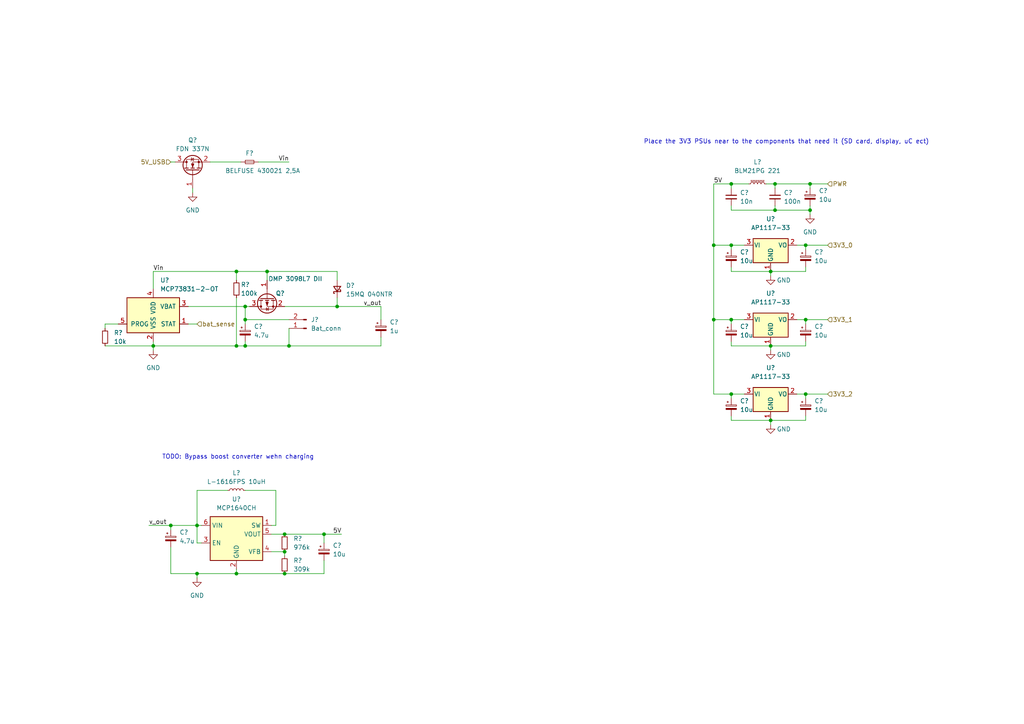
<source format=kicad_sch>
(kicad_sch (version 20211123) (generator eeschema)
  (paper "A4")
  (title_block (date "2022-12-27") (rev "0.1") (company "ncAudio"))
  (lib_symbols
    (symbol "Battery_Management:MCP73831-2-OT" (pin_names (offset 1.016))
      (property "Reference" "U" (at -7.62 6.35 0))
      (property "Value" "MCP73831-2-OT" (at 1.27 6.35 0))
      (symbol "MCP73831-2-OT_0_1"
        (rectangle (start -7.62 5.08) (end 7.62 -5.08) (stroke (width 0.254)) (fill (type background)))
      )
      (symbol "MCP73831-2-OT_1_1"
        (pin output line (at 10.16 -2.54 180) (length 2.54) (name "STAT") (number "1"))
        (pin power_in line (at 0 -7.62 90) (length 2.54) (name "VSS") (number "2"))
        (pin power_out line (at 10.16 2.54 180) (length 2.54) (name "VBAT") (number "3"))
        (pin power_in line (at 0 7.62 270) (length 2.54) (name "VDD") (number "4"))
        (pin input line (at -10.16 -2.54 0) (length 2.54) (name "PROG") (number "5"))
      )
    )
    (symbol "Connector:Conn_01x02_Male" (pin_names (offset 1.016) hide)
      (property "Reference" "J" (at 0 2.54 0))
      (property "Value" "Conn_01x02_Male" (at 0 -5.08 0))
      (symbol "Conn_01x02_Male_1_1"
        (polyline (pts (xy 1.27 -2.54) (xy 0.8636 -2.54)) (stroke (width 0.1524)))
        (polyline (pts (xy 1.27 0) (xy 0.8636 0)) (stroke (width 0.1524)))
        (rectangle (start 0.8636 -2.413) (end 0 -2.667) (stroke (width 0.1524)) (fill (type outline)))
        (rectangle (start 0.8636 0.127) (end 0 -0.127) (stroke (width 0.1524)) (fill (type outline)))
        (pin passive line (at 5.08 0 180) (length 3.81) (name "Pin_1") (number "1"))
        (pin passive line (at 5.08 -2.54 180) (length 3.81) (name "Pin_2") (number "2"))
      )
    )
    (symbol "Device:C_Polarized_Small" (pin_numbers hide) (pin_names (offset 0.254) hide)
      (property "Reference" "C" (at 0.254 1.778 0))
      (property "Value" "C_Polarized_Small" (at 0.254 -2.032 0))
      (symbol "C_Polarized_Small_0_1"
        (rectangle (start -1.524 -0.3048) (end 1.524 -0.6858) (fill (type outline)))
        (rectangle (start -1.524 0.6858) (end 1.524 0.3048))
        (polyline (pts (xy -1.27 1.524) (xy -0.762 1.524)))
        (polyline (pts (xy -1.016 1.27) (xy -1.016 1.778)))
      )
      (symbol "C_Polarized_Small_1_1"
        (pin passive line (at 0 2.54 270) (length 1.8542) (name "~") (number "1"))
        (pin passive line (at 0 -2.54 90) (length 1.8542) (name "~") (number "2"))
      )
    )
    (symbol "Device:C_Small" (pin_numbers hide) (pin_names (offset 0.254) hide)
      (property "Reference" "C" (at 0.254 1.778 0))
      (property "Value" "C_Small" (at 0.254 -2.032 0))
      (symbol "C_Small_0_1"
        (polyline (pts (xy -1.524 -0.508) (xy 1.524 -0.508)) (stroke (width 0.3302)))
        (polyline (pts (xy -1.524 0.508) (xy 1.524 0.508)) (stroke (width 0.3048)))
      )
      (symbol "C_Small_1_1"
        (pin passive line (at 0 2.54 270) (length 2.032) (name "~") (number "1"))
        (pin passive line (at 0 -2.54 90) (length 2.032) (name "~") (number "2"))
      )
    )
    (symbol "Device:D_Schottky_Small" (pin_numbers hide) (pin_names (offset 0.254) hide)
      (property "Reference" "D" (at -1.27 2.032 0))
      (property "Value" "D_Schottky_Small" (at -7.112 -2.032 0))
      (symbol "D_Schottky_Small_0_1"
        (polyline (pts (xy -0.762 0) (xy 0.762 0)))
        (polyline (pts (xy 0.762 -1.016) (xy -0.762 0) (xy 0.762 1.016) (xy 0.762 -1.016)) (stroke (width 0.254)))
        (polyline (pts (xy -1.27 0.762) (xy -1.27 1.016) (xy -0.762 1.016) (xy -0.762 -1.016) (xy -0.254 -1.016) (xy -0.254 -0.762)) (stroke (width 0.254)))
      )
      (symbol "D_Schottky_Small_1_1"
        (pin passive line (at -2.54 0 0) (length 1.778) (name "K") (number "1"))
        (pin passive line (at 2.54 0 180) (length 1.778) (name "A") (number "2"))
      )
    )
    (symbol "Device:Fuse_Small" (pin_numbers hide) (pin_names (offset 0.254) hide)
      (property "Reference" "F" (at 0 -1.524 0))
      (property "Value" "Fuse_Small" (at 0 1.524 0))
      (symbol "Fuse_Small_0_1"
        (rectangle (start -1.27 0.508) (end 1.27 -0.508))
        (polyline (pts (xy -1.27 0) (xy 1.27 0)))
      )
      (symbol "Fuse_Small_1_1"
        (pin passive line (at -2.54 0 0) (length 1.27) (name "~") (number "1"))
        (pin passive line (at 2.54 0 180) (length 1.27) (name "~") (number "2"))
      )
    )
    (symbol "Device:L_Ferrite_Small" (pin_numbers hide) (pin_names (offset 0.254) hide)
      (property "Reference" "L" (at 1.27 1.016 0))
      (property "Value" "L_Ferrite_Small" (at 1.27 -1.27 0))
      (symbol "L_Ferrite_Small_0_1"
        (arc (start 0 -2.032) (mid 0.508 -1.524) (end 0 -1.016))
        (arc (start 0 -1.016) (mid 0.508 -0.508) (end 0 0))
        (polyline (pts (xy 0.762 -1.905) (xy 0.762 -1.651)))
        (polyline (pts (xy 0.762 -1.397) (xy 0.762 -1.143)))
        (polyline (pts (xy 0.762 -0.889) (xy 0.762 -0.635)))
        (polyline (pts (xy 0.762 -0.381) (xy 0.762 -0.127)))
        (polyline (pts (xy 0.762 0.127) (xy 0.762 0.381)))
        (polyline (pts (xy 0.762 0.635) (xy 0.762 0.889)))
        (polyline (pts (xy 0.762 1.143) (xy 0.762 1.397)))
        (polyline (pts (xy 0.762 1.651) (xy 0.762 1.905)))
        (polyline (pts (xy 1.016 -1.651) (xy 1.016 -1.905)))
        (polyline (pts (xy 1.016 -1.143) (xy 1.016 -1.397)))
        (polyline (pts (xy 1.016 -0.635) (xy 1.016 -0.889)))
        (polyline (pts (xy 1.016 -0.127) (xy 1.016 -0.381)))
        (polyline (pts (xy 1.016 0.381) (xy 1.016 0.127)))
        (polyline (pts (xy 1.016 0.889) (xy 1.016 0.635)))
        (polyline (pts (xy 1.016 1.397) (xy 1.016 1.143)))
        (polyline (pts (xy 1.016 1.905) (xy 1.016 1.651)))
        (arc (start 0 0) (mid 0.508 0.508) (end 0 1.016))
        (arc (start 0 1.016) (mid 0.508 1.524) (end 0 2.032))
      )
      (symbol "L_Ferrite_Small_1_1"
        (pin passive line (at 0 2.54 270) (length 0.508) (name "~") (number "1"))
        (pin passive line (at 0 -2.54 90) (length 0.508) (name "~") (number "2"))
      )
    )
    (symbol "Device:L_Small" (pin_numbers hide) (pin_names (offset 0.254) hide)
      (property "Reference" "L" (at 0.762 1.016 0))
      (property "Value" "L_Small" (at 0.762 -1.016 0))
      (symbol "L_Small_0_1"
        (arc (start 0 -2.032) (mid 0.508 -1.524) (end 0 -1.016))
        (arc (start 0 -1.016) (mid 0.508 -0.508) (end 0 0))
        (arc (start 0 0) (mid 0.508 0.508) (end 0 1.016))
        (arc (start 0 1.016) (mid 0.508 1.524) (end 0 2.032))
      )
      (symbol "L_Small_1_1"
        (pin passive line (at 0 2.54 270) (length 0.508) (name "~") (number "1"))
        (pin passive line (at 0 -2.54 90) (length 0.508) (name "~") (number "2"))
      )
    )
    (symbol "Device:Q_NMOS_GSD" (pin_names (offset 0) hide)
      (property "Reference" "Q" (at 5.08 1.27 0))
      (property "Value" "Q_NMOS_GSD" (at 5.08 -1.27 0))
      (symbol "Q_NMOS_GSD_0_1"
        (polyline (pts (xy 0.254 0) (xy -2.54 0)))
        (polyline (pts (xy 0.254 1.905) (xy 0.254 -1.905)) (stroke (width 0.254)))
        (polyline (pts (xy 0.762 -1.27) (xy 0.762 -2.286)) (stroke (width 0.254)))
        (polyline (pts (xy 0.762 0.508) (xy 0.762 -0.508)) (stroke (width 0.254)))
        (polyline (pts (xy 0.762 2.286) (xy 0.762 1.27)) (stroke (width 0.254)))
        (polyline (pts (xy 2.54 2.54) (xy 2.54 1.778)))
        (polyline (pts (xy 2.54 -2.54) (xy 2.54 0) (xy 0.762 0)))
        (polyline (pts (xy 0.762 -1.778) (xy 3.302 -1.778) (xy 3.302 1.778) (xy 0.762 1.778)))
        (polyline (pts (xy 1.016 0) (xy 2.032 0.381) (xy 2.032 -0.381) (xy 1.016 0)) (fill (type outline)))
        (polyline (pts (xy 2.794 0.508) (xy 2.921 0.381) (xy 3.683 0.381) (xy 3.81 0.254)))
        (polyline (pts (xy 3.302 0.381) (xy 2.921 -0.254) (xy 3.683 -0.254) (xy 3.302 0.381)))
        (circle (center 1.651 0) (radius 2.794) (stroke (width 0.254)))
        (circle (center 2.54 -1.778) (radius 0.254) (fill (type outline)))
        (circle (center 2.54 1.778) (radius 0.254) (fill (type outline)))
      )
      (symbol "Q_NMOS_GSD_1_1"
        (pin input line (at -5.08 0 0) (length 2.54) (name "G") (number "1"))
        (pin passive line (at 2.54 -5.08 90) (length 2.54) (name "S") (number "2"))
        (pin passive line (at 2.54 5.08 270) (length 2.54) (name "D") (number "3"))
      )
    )
    (symbol "Device:Q_PMOS_GSD" (pin_names (offset 0) hide)
      (property "Reference" "Q" (at 5.08 1.27 0))
      (property "Value" "Q_PMOS_GSD" (at 5.08 -1.27 0))
      (symbol "Q_PMOS_GSD_0_1"
        (polyline (pts (xy 0.254 0) (xy -2.54 0)))
        (polyline (pts (xy 0.254 1.905) (xy 0.254 -1.905)) (stroke (width 0.254)))
        (polyline (pts (xy 0.762 -1.27) (xy 0.762 -2.286)) (stroke (width 0.254)))
        (polyline (pts (xy 0.762 0.508) (xy 0.762 -0.508)) (stroke (width 0.254)))
        (polyline (pts (xy 0.762 2.286) (xy 0.762 1.27)) (stroke (width 0.254)))
        (polyline (pts (xy 2.54 2.54) (xy 2.54 1.778)))
        (polyline (pts (xy 2.54 -2.54) (xy 2.54 0) (xy 0.762 0)))
        (polyline (pts (xy 0.762 1.778) (xy 3.302 1.778) (xy 3.302 -1.778) (xy 0.762 -1.778)))
        (polyline (pts (xy 2.286 0) (xy 1.27 0.381) (xy 1.27 -0.381) (xy 2.286 0)) (fill (type outline)))
        (polyline (pts (xy 2.794 -0.508) (xy 2.921 -0.381) (xy 3.683 -0.381) (xy 3.81 -0.254)))
        (polyline (pts (xy 3.302 -0.381) (xy 2.921 0.254) (xy 3.683 0.254) (xy 3.302 -0.381)))
        (circle (center 1.651 0) (radius 2.794) (stroke (width 0.254)))
        (circle (center 2.54 -1.778) (radius 0.254) (fill (type outline)))
        (circle (center 2.54 1.778) (radius 0.254) (fill (type outline)))
      )
      (symbol "Q_PMOS_GSD_1_1"
        (pin input line (at -5.08 0 0) (length 2.54) (name "G") (number "1"))
        (pin passive line (at 2.54 -5.08 90) (length 2.54) (name "S") (number "2"))
        (pin passive line (at 2.54 5.08 270) (length 2.54) (name "D") (number "3"))
      )
    )
    (symbol "Device:R_Small" (pin_numbers hide) (pin_names (offset 0.254) hide)
      (property "Reference" "R" (at 0.762 0.508 0))
      (property "Value" "R_Small" (at 0.762 -1.016 0))
      (symbol "R_Small_0_1"
        (rectangle (start -0.762 1.778) (end 0.762 -1.778) (stroke (width 0.2032)))
      )
      (symbol "R_Small_1_1"
        (pin passive line (at 0 2.54 270) (length 0.762) (name "~") (number "1"))
        (pin passive line (at 0 -2.54 90) (length 0.762) (name "~") (number "2"))
      )
    )
    (symbol "Regulator_Linear:AP1117-33" (pin_names (offset 0.254))
      (property "Reference" "U" (at -3.81 3.175 0))
      (property "Value" "AP1117-33" (at 0 3.175 0))
      (symbol "AP1117-33_0_1"
        (rectangle (start -5.08 -5.08) (end 5.08 1.905) (stroke (width 0.254)) (fill (type background)))
      )
      (symbol "AP1117-33_1_1"
        (pin power_in line (at 0 -7.62 90) (length 2.54) (name "GND") (number "1"))
        (pin power_out line (at 7.62 0 180) (length 2.54) (name "VO") (number "2"))
        (pin power_in line (at -7.62 0 0) (length 2.54) (name "VI") (number "3"))
      )
    )
    (symbol "Regulator_Switching:MCP1640CH"
      (property "Reference" "U" (at -7.62 8.89 0))
      (property "Value" "MCP1640CH" (at -1.27 8.89 0))
      (symbol "MCP1640CH_0_1"
        (rectangle (start -7.62 7.62) (end 7.62 -5.08) (stroke (width 0.254)) (fill (type background)))
      )
      (symbol "MCP1640CH_1_1"
        (pin input line (at 10.16 5.08 180) (length 2.54) (name "SW") (number "1"))
        (pin power_in line (at 0 -7.62 90) (length 2.54) (name "GND") (number "2"))
        (pin input line (at -10.16 0 0) (length 2.54) (name "EN") (number "3"))
        (pin input line (at 10.16 -2.54 180) (length 2.54) (name "VFB") (number "4"))
        (pin power_out line (at 10.16 2.54 180) (length 2.54) (name "VOUT") (number "5"))
        (pin power_in line (at -10.16 5.08 0) (length 2.54) (name "VIN") (number "6"))
      )
    )
    (symbol "power:GND" (power) (pin_names (offset 0))
      (property "Value" "GND" (at 0 -3.81 0))
      (symbol "GND_0_1"
        (polyline (pts (xy 0 0) (xy 0 -1.27) (xy 1.27 -1.27) (xy 0 -2.54) (xy -1.27 -1.27) (xy 0 -1.27)))
      )
      (symbol "GND_1_1"
        (pin power_in line (at 0 0 270) (length 0) hide (name "GND") (number "1"))
      )
    )
  )
  (junction (at 212.09 114.3))
  (junction (at 82.55 160.02))
  (junction (at 234.95 60.96))
  (junction (at 97.79 88.9))
  (junction (at 49.53 152.4))
  (junction (at 233.68 92.71))
  (junction (at 93.98 154.94))
  (junction (at 77.47 78.74))
  (junction (at 71.12 92.71))
  (junction (at 233.68 114.3))
  (junction (at 68.58 78.74))
  (junction (at 224.79 53.34))
  (junction (at 224.79 60.96))
  (junction (at 83.82 100.33))
  (junction (at 212.09 92.71))
  (junction (at 68.58 100.33))
  (junction (at 212.09 71.12))
  (junction (at 71.12 88.9))
  (junction (at 68.58 166.37))
  (junction (at 223.52 78.74))
  (junction (at 223.52 121.92))
  (junction (at 212.09 53.34))
  (junction (at 82.55 154.94))
  (junction (at 234.95 53.34))
  (junction (at 71.12 100.33))
  (junction (at 82.55 166.37))
  (junction (at 233.68 71.12))
  (junction (at 44.45 100.33))
  (junction (at 207.01 92.71))
  (junction (at 57.15 166.37))
  (junction (at 223.52 100.33))
  (junction (at 207.01 71.12))
  (junction (at 57.15 152.4))
  (wire (pts (xy 212.09 71.12) (xy 212.09 72.39)))
  (wire (pts (xy 223.52 78.74) (xy 233.68 78.74)))
  (wire (pts (xy 233.68 114.3) (xy 240.03 114.3)))
  (wire (pts (xy 207.01 53.34) (xy 212.09 53.34)))
  (wire (pts (xy 83.82 100.33) (xy 110.49 100.33)))
  (wire (pts (xy 93.98 154.94) (xy 93.98 157.48)))
  (wire (pts (xy 78.74 160.02) (xy 82.55 160.02)))
  (wire (pts (xy 30.48 100.33) (xy 44.45 100.33)))
  (wire (pts (xy 233.68 71.12) (xy 240.03 71.12)))
  (wire (pts (xy 212.09 114.3) (xy 212.09 115.57)))
  (wire (pts (xy 44.45 78.74) (xy 68.58 78.74)))
  (wire (pts (xy 71.12 100.33) (xy 83.82 100.33)))
  (wire (pts (xy 212.09 99.06) (xy 212.09 100.33)))
  (wire (pts (xy 233.68 115.57) (xy 233.68 114.3)))
  (wire (pts (xy 212.09 54.61) (xy 212.09 53.34)))
  (wire (pts (xy 212.09 100.33) (xy 223.52 100.33)))
  (wire (pts (xy 97.79 88.9) (xy 82.55 88.9)))
  (wire (pts (xy 68.58 86.36) (xy 68.58 100.33)))
  (wire (pts (xy 44.45 100.33) (xy 44.45 101.6)))
  (wire (pts (xy 207.01 92.71) (xy 207.01 114.3)))
  (wire (pts (xy 223.52 100.33) (xy 223.52 101.6)))
  (wire (pts (xy 49.53 152.4) (xy 57.15 152.4)))
  (wire (pts (xy 233.68 72.39) (xy 233.68 71.12)))
  (wire (pts (xy 57.15 166.37) (xy 57.15 167.64)))
  (wire (pts (xy 234.95 59.69) (xy 234.95 60.96)))
  (wire (pts (xy 57.15 152.4) (xy 57.15 142.24)))
  (wire (pts (xy 68.58 78.74) (xy 68.58 81.28)))
  (wire (pts (xy 93.98 166.37) (xy 82.55 166.37)))
  (wire (pts (xy 97.79 86.36) (xy 97.79 88.9)))
  (wire (pts (xy 233.68 92.71) (xy 231.14 92.71)))
  (wire (pts (xy 234.95 53.34) (xy 234.95 54.61)))
  (wire (pts (xy 234.95 60.96) (xy 224.79 60.96)))
  (wire (pts (xy 93.98 154.94) (xy 99.06 154.94)))
  (wire (pts (xy 83.82 46.99) (xy 74.93 46.99)))
  (wire (pts (xy 207.01 114.3) (xy 212.09 114.3)))
  (wire (pts (xy 223.52 121.92) (xy 233.68 121.92)))
  (wire (pts (xy 223.52 100.33) (xy 233.68 100.33)))
  (wire (pts (xy 207.01 71.12) (xy 207.01 53.34)))
  (wire (pts (xy 80.01 152.4) (xy 78.74 152.4)))
  (wire (pts (xy 212.09 92.71) (xy 212.09 93.98)))
  (wire (pts (xy 30.48 93.98) (xy 34.29 93.98)))
  (wire (pts (xy 82.55 154.94) (xy 93.98 154.94)))
  (wire (pts (xy 58.42 157.48) (xy 57.15 157.48)))
  (wire (pts (xy 44.45 99.06) (xy 44.45 100.33)))
  (wire (pts (xy 212.09 121.92) (xy 223.52 121.92)))
  (wire (pts (xy 71.12 142.24) (xy 80.01 142.24)))
  (wire (pts (xy 110.49 88.9) (xy 110.49 92.71)))
  (wire (pts (xy 233.68 71.12) (xy 231.14 71.12)))
  (wire (pts (xy 224.79 53.34) (xy 234.95 53.34)))
  (wire (pts (xy 224.79 60.96) (xy 212.09 60.96)))
  (wire (pts (xy 71.12 88.9) (xy 71.12 92.71)))
  (wire (pts (xy 57.15 142.24) (xy 66.04 142.24)))
  (wire (pts (xy 207.01 92.71) (xy 212.09 92.71)))
  (wire (pts (xy 82.55 160.02) (xy 82.55 161.29)))
  (wire (pts (xy 49.53 153.67) (xy 49.53 152.4)))
  (wire (pts (xy 212.09 78.74) (xy 223.52 78.74)))
  (wire (pts (xy 207.01 71.12) (xy 207.01 92.71)))
  (wire (pts (xy 30.48 95.25) (xy 30.48 93.98)))
  (wire (pts (xy 110.49 97.79) (xy 110.49 100.33)))
  (wire (pts (xy 233.68 114.3) (xy 231.14 114.3)))
  (wire (pts (xy 215.9 71.12) (xy 212.09 71.12)))
  (wire (pts (xy 54.61 88.9) (xy 71.12 88.9)))
  (wire (pts (xy 57.15 152.4) (xy 58.42 152.4)))
  (wire (pts (xy 57.15 157.48) (xy 57.15 152.4)))
  (wire (pts (xy 212.09 60.96) (xy 212.09 59.69)))
  (wire (pts (xy 222.25 53.34) (xy 224.79 53.34)))
  (wire (pts (xy 224.79 60.96) (xy 224.79 59.69)))
  (wire (pts (xy 68.58 165.1) (xy 68.58 166.37)))
  (wire (pts (xy 57.15 166.37) (xy 49.53 166.37)))
  (wire (pts (xy 233.68 93.98) (xy 233.68 92.71)))
  (wire (pts (xy 223.52 78.74) (xy 223.52 80.01)))
  (wire (pts (xy 212.09 120.65) (xy 212.09 121.92)))
  (wire (pts (xy 97.79 78.74) (xy 97.79 81.28)))
  (wire (pts (xy 68.58 166.37) (xy 82.55 166.37)))
  (wire (pts (xy 207.01 71.12) (xy 212.09 71.12)))
  (wire (pts (xy 83.82 100.33) (xy 83.82 95.25)))
  (wire (pts (xy 233.68 100.33) (xy 233.68 99.06)))
  (wire (pts (xy 77.47 78.74) (xy 97.79 78.74)))
  (wire (pts (xy 224.79 53.34) (xy 224.79 54.61)))
  (wire (pts (xy 223.52 121.92) (xy 223.52 123.19)))
  (wire (pts (xy 234.95 53.34) (xy 240.03 53.34)))
  (wire (pts (xy 54.61 93.98) (xy 57.15 93.98)))
  (wire (pts (xy 234.95 62.23) (xy 234.95 60.96)))
  (wire (pts (xy 68.58 78.74) (xy 77.47 78.74)))
  (wire (pts (xy 233.68 92.71) (xy 240.03 92.71)))
  (wire (pts (xy 215.9 92.71) (xy 212.09 92.71)))
  (wire (pts (xy 44.45 83.82) (xy 44.45 78.74)))
  (wire (pts (xy 215.9 114.3) (xy 212.09 114.3)))
  (wire (pts (xy 68.58 166.37) (xy 57.15 166.37)))
  (wire (pts (xy 43.18 152.4) (xy 49.53 152.4)))
  (wire (pts (xy 71.12 88.9) (xy 72.39 88.9)))
  (wire (pts (xy 71.12 92.71) (xy 83.82 92.71)))
  (wire (pts (xy 233.68 78.74) (xy 233.68 77.47)))
  (wire (pts (xy 93.98 162.56) (xy 93.98 166.37)))
  (wire (pts (xy 97.79 88.9) (xy 110.49 88.9)))
  (wire (pts (xy 78.74 154.94) (xy 82.55 154.94)))
  (wire (pts (xy 49.53 166.37) (xy 49.53 158.75)))
  (wire (pts (xy 49.53 46.99) (xy 50.8 46.99)))
  (wire (pts (xy 55.88 54.61) (xy 55.88 55.88)))
  (wire (pts (xy 71.12 92.71) (xy 71.12 93.98)))
  (wire (pts (xy 233.68 121.92) (xy 233.68 120.65)))
  (wire (pts (xy 77.47 78.74) (xy 77.47 81.28)))
  (wire (pts (xy 44.45 100.33) (xy 68.58 100.33)))
  (wire (pts (xy 71.12 99.06) (xy 71.12 100.33)))
  (wire (pts (xy 68.58 100.33) (xy 71.12 100.33)))
  (wire (pts (xy 212.09 53.34) (xy 217.17 53.34)))
  (wire (pts (xy 60.96 46.99) (xy 69.85 46.99)))
  (wire (pts (xy 212.09 77.47) (xy 212.09 78.74)))
  (wire (pts (xy 80.01 142.24) (xy 80.01 152.4)))
  (text "TODO: Bypass boost converter wehn charging" (at 46.99 133.35 0) (effects (font (size 1.27 1.27)) (justify left bottom)))
  (text "Place the 3V3 PSUs near to the components that need it (SD card, display, uC ect)" (at 186.69 41.91 0) (effects (font (size 1.27 1.27)) (justify left bottom)))
  (label "5V" (at 99.06 154.94 180))
  (label "v_out" (at 43.18 152.4 0))
  (label "v_out" (at 105.41 88.9 0))
  (label "Vin" (at 83.82 46.99 180))
  (label "Vin" (at 44.45 78.74 0))
  (label "5V" (at 207.01 53.34 0))
  (hierarchical_label "3V3_0" (shape input) (at 240.03 71.12 0))
  (hierarchical_label "PWR" (shape input) (at 240.03 53.34 0))
  (hierarchical_label "3V3_2" (shape input) (at 240.03 114.3 0))
  (hierarchical_label "bat_sense" (shape input) (at 57.15 93.98 0))
  (hierarchical_label "3V3_1" (shape input) (at 240.03 92.71 0))
  (hierarchical_label "5V_USB" (shape input) (at 49.53 46.99 180))
  (symbol (lib_id "power:GND") (at 55.88 55.88 0) (unit 1)
    (property "Reference" "#PWR?" (effects hide))
    (property "Value" "GND" (at 55.88 60.96 0))
  )
  (symbol (lib_id "Device:R_Small") (at 30.48 97.79 0) (unit 1)
    (property "Reference" "R?" (at 33.02 96.5199 0) (effects (justify left)))
    (property "Value" "10k" (at 33.02 99.0599 0) (effects (justify left)))
  )
  (symbol (lib_id "Device:C_Polarized_Small") (at 233.68 118.11 0) (unit 1)
    (property "Reference" "C?" (at 236.22 116.2938 0) (effects (justify left)))
    (property "Value" "10u" (at 236.22 118.8338 0) (effects (justify left)))
  )
  (symbol (lib_id "Regulator_Linear:AP1117-33") (at 223.52 114.3 0) (unit 1)
    (property "Reference" "U?" (at 223.52 106.68 0))
    (property "Value" "AP1117-33" (at 223.52 109.22 0))
    (property "Footprint" "Package_TO_SOT_SMD:SOT-223-3_TabPin2" (effects hide))
    (property "Datasheet" "http://www.diodes.com/datasheets/AP1117.pdf" (effects hide))
  )
  (symbol (lib_id "Device:C_Polarized_Small") (at 110.49 95.25 0) (unit 1)
    (property "Reference" "C?" (at 113.03 93.4338 0) (effects (justify left)))
    (property "Value" "1u" (at 113.03 95.9738 0) (effects (justify left)))
  )
  (symbol (lib_id "Device:C_Polarized_Small") (at 93.98 160.02 0) (unit 1)
    (property "Reference" "C?" (at 96.52 158.2038 0) (effects (justify left)))
    (property "Value" "10u" (at 96.52 160.7438 0) (effects (justify left)))
  )
  (symbol (lib_id "Regulator_Linear:AP1117-33") (at 223.52 92.71 0) (unit 1)
    (property "Reference" "U?" (at 223.52 85.09 0))
    (property "Value" "AP1117-33" (at 223.52 87.63 0))
    (property "Footprint" "Package_TO_SOT_SMD:SOT-223-3_TabPin2" (effects hide))
    (property "Datasheet" "http://www.diodes.com/datasheets/AP1117.pdf" (effects hide))
  )
  (symbol (lib_id "Device:R_Small") (at 68.58 83.82 0) (unit 1)
    (property "Reference" "R?" (at 69.85 82.55 0) (effects (justify left)))
    (property "Value" "100k" (at 69.85 85.09 0) (effects (justify left)))
  )
  (symbol (lib_id "Device:C_Polarized_Small") (at 49.53 156.21 0) (unit 1)
    (property "Reference" "C?" (at 52.07 154.3938 0) (effects (justify left)))
    (property "Value" "4.7u" (at 52.07 156.9338 0) (effects (justify left)))
  )
  (symbol (lib_id "Device:C_Polarized_Small") (at 212.09 118.11 0) (unit 1)
    (property "Reference" "C?" (at 214.63 116.2938 0) (effects (justify left)))
    (property "Value" "10u" (at 214.63 118.8338 0) (effects (justify left)))
  )
  (symbol (lib_id "Device:C_Polarized_Small") (at 233.68 74.93 0) (unit 1)
    (property "Reference" "C?" (at 236.22 73.1138 0) (effects (justify left)))
    (property "Value" "10u" (at 236.22 75.6538 0) (effects (justify left)))
  )
  (symbol (lib_id "Device:D_Schottky_Small") (at 97.79 83.82 90) (unit 1)
    (property "Reference" "D?" (at 100.33 82.8039 90) (effects (justify right)))
    (property "Value" "15MQ 040NTR" (at 100.33 85.3439 90) (effects (justify right)))
  )
  (symbol (lib_id "Device:C_Small") (at 212.09 57.15 0) (unit 1)
    (property "Reference" "C?" (at 214.63 55.8862 0) (effects (justify left)))
    (property "Value" "10n" (at 214.63 58.4262 0) (effects (justify left)))
  )
  (symbol (lib_id "power:GND") (at 223.52 123.19 0) (unit 1)
    (property "Reference" "#PWR?" (effects hide))
    (property "Value" "GND" (at 227.33 124.46 0))
  )
  (symbol (lib_id "power:GND") (at 223.52 80.01 0) (unit 1)
    (property "Reference" "#PWR?" (effects hide))
    (property "Value" "GND" (at 227.33 81.28 0))
  )
  (symbol (lib_id "power:GND") (at 57.15 167.64 0) (unit 1)
    (property "Reference" "#PWR?" (effects hide))
    (property "Value" "GND" (at 57.15 172.72 0))
  )
  (symbol (lib_id "Regulator_Switching:MCP1640CH") (at 68.58 157.48 0) (unit 1)
    (property "Reference" "U?" (at 68.58 144.78 0))
    (property "Value" "MCP1640CH" (at 68.58 147.32 0))
    (property "Footprint" "Package_TO_SOT_SMD:SOT-23-6" (effects hide))
    (property "Datasheet" "http://ww1.microchip.com/downloads/en/DeviceDoc/20002234D.pdf" (effects hide))
  )
  (symbol (lib_id "Regulator_Linear:AP1117-33") (at 223.52 71.12 0) (unit 1)
    (property "Reference" "U?" (at 223.52 63.5 0))
    (property "Value" "AP1117-33" (at 223.52 66.04 0))
    (property "Footprint" "Package_TO_SOT_SMD:SOT-223-3_TabPin2" (effects hide))
    (property "Datasheet" "http://www.diodes.com/datasheets/AP1117.pdf" (effects hide))
  )
  (symbol (lib_id "power:GND") (at 234.95 62.23 0) (unit 1)
    (property "Reference" "#PWR?" (effects hide))
    (property "Value" "GND" (at 234.95 67.31 0))
  )
  (symbol (lib_id "Device:C_Small") (at 224.79 57.15 0) (unit 1)
    (property "Reference" "C?" (at 227.33 55.8862 0) (effects (justify left)))
    (property "Value" "100n" (at 227.33 58.4262 0) (effects (justify left)))
  )
  (symbol (lib_id "Device:C_Polarized_Small") (at 234.95 57.15 0) (unit 1)
    (property "Reference" "C?" (at 237.49 55.3338 0) (effects (justify left)))
    (property "Value" "10u" (at 237.49 57.8738 0) (effects (justify left)))
  )
  (symbol (lib_id "Battery_Management:MCP73831-2-OT") (at 44.45 91.44 0) (unit 1)
    (property "Reference" "U?" (at 46.4694 81.28 0) (effects (justify left)))
    (property "Value" "MCP73831-2-OT" (at 46.4694 83.82 0) (effects (justify left)))
    (property "Footprint" "Package_TO_SOT_SMD:SOT-23-5" (effects hide))
    (property "Datasheet" "http://ww1.microchip.com/downloads/en/DeviceDoc/20001984g.pdf" (effects hide))
  )
  (symbol (lib_id "Connector:Conn_01x02_Male") (at 88.9 95.25 180) (unit 1)
    (property "Reference" "J?" (at 90.17 92.7099 0) (effects (justify right)))
    (property "Value" "Bat_conn" (at 90.17 95.2499 0) (effects (justify right)))
  )
  (symbol (lib_id "Device:C_Polarized_Small") (at 212.09 96.52 0) (unit 1)
    (property "Reference" "C?" (at 214.63 94.7038 0) (effects (justify left)))
    (property "Value" "10u" (at 214.63 97.2438 0) (effects (justify left)))
  )
  (symbol (lib_id "Device:R_Small") (at 82.55 157.48 0) (unit 1)
    (property "Reference" "R?" (at 85.09 156.2099 0) (effects (justify left)))
    (property "Value" "976k" (at 85.09 158.7499 0) (effects (justify left)))
  )
  (symbol (lib_id "Device:C_Polarized_Small") (at 233.68 96.52 0) (unit 1)
    (property "Reference" "C?" (at 236.22 94.7038 0) (effects (justify left)))
    (property "Value" "10u" (at 236.22 97.2438 0) (effects (justify left)))
  )
  (symbol (lib_id "power:GND") (at 223.52 101.6 0) (unit 1)
    (property "Reference" "#PWR?" (effects hide))
    (property "Value" "GND" (at 227.33 102.87 0))
  )
  (symbol (lib_id "Device:Q_NMOS_GSD") (at 55.88 49.53 90) (unit 1)
    (property "Reference" "Q?" (at 55.88 40.64 90))
    (property "Value" "FDN 337N" (at 55.88 43.18 90))
  )
  (symbol (lib_id "Device:C_Polarized_Small") (at 71.12 96.52 0) (unit 1)
    (property "Reference" "C?" (at 73.66 94.7038 0) (effects (justify left)))
    (property "Value" "4.7u" (at 73.66 97.2438 0) (effects (justify left)))
  )
  (symbol (lib_id "Device:C_Polarized_Small") (at 212.09 74.93 0) (unit 1)
    (property "Reference" "C?" (at 214.63 73.1138 0) (effects (justify left)))
    (property "Value" "10u" (at 214.63 75.6538 0) (effects (justify left)))
  )
  (symbol (lib_id "Device:Fuse_Small") (at 72.39 46.99 0) (unit 1)
    (property "Reference" "F?" (at 72.39 44.45 0))
    (property "Value" "BELFUSE 430021 2,5A" (at 76.2 49.53 0))
  )
  (symbol (lib_id "power:GND") (at 44.45 101.6 0) (unit 1)
    (property "Reference" "#PWR?" (effects hide))
    (property "Value" "GND" (at 44.45 106.68 0))
  )
  (symbol (lib_id "Device:R_Small") (at 82.55 163.83 0) (unit 1)
    (property "Reference" "R?" (at 85.09 162.5599 0) (effects (justify left)))
    (property "Value" "309k" (at 85.09 165.0999 0) (effects (justify left)))
  )
  (symbol (lib_id "Device:Q_PMOS_GSD") (at 77.47 86.36 90) (mirror x) (unit 1)
    (property "Reference" "Q?" (at 81.28 85.09 90))
    (property "Value" "DMP 3098L7 DII" (at 85.6718 80.8692 90))
  )
  (symbol (lib_id "Device:L_Ferrite_Small") (at 219.71 53.34 90) (unit 1)
    (property "Reference" "L?" (at 219.71 46.99 90))
    (property "Value" "BLM21PG 221" (at 219.71 49.53 90))
  )
  (symbol (lib_id "Device:L_Small") (at 68.58 142.24 90) (unit 1)
    (property "Reference" "L?" (at 68.58 137.16 90))
    (property "Value" "L-1616FPS 10uH" (at 68.58 139.7 90))
  )
)
</source>
